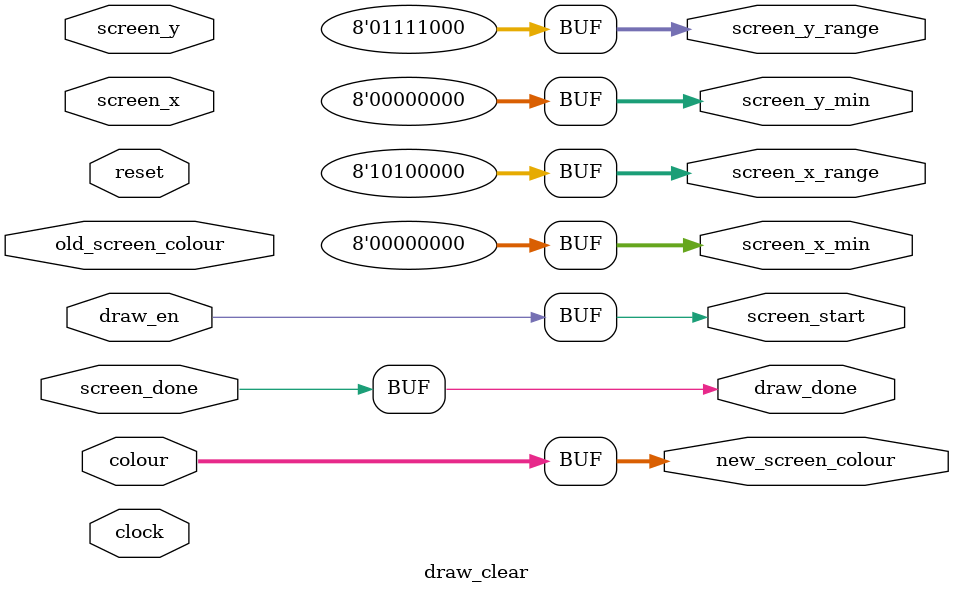
<source format=v>
module draw_clear(
	clock, reset,
	colour,
	draw_en,
	draw_done,

	screen_start,						// to interface
	new_screen_colour,					// to interface
	screen_x_min, screen_y_min,			// to interface
	screen_x_range, screen_y_range,		// to interface
	screen_x, screen_y,					// from interface
	old_screen_colour,					// from interface
	screen_done							// from interface
);

    parameter WIDTH=8;
	parameter COLOUR_WIDTH=3;
    parameter SCREEN_SIZE_X = 160;
    parameter SCREEN_SIZE_Y = 120;

	input wire clock, reset;
	input wire [COLOUR_WIDTH-1:0] colour;
	input wire draw_en;
	output wire draw_done;
	
	output wire screen_start;								// to interface
	output wire [COLOUR_WIDTH-1:0] new_screen_colour;		// to interface
	output wire [WIDTH-1:0] screen_x_min, screen_y_min;		// to interface
	output wire [WIDTH-1:0] screen_x_range, screen_y_range;	// to interface
	input wire [WIDTH-1:0] screen_x, screen_y;				// from interface
	input wire [COLOUR_WIDTH-1:0] old_screen_colour;		// from interface
	input wire screen_done;									// from interface

	reg current_state, next_state;

    localparam
		S_WAIT = 1'd0,
		S_DRAW = 1'b1;
    
	assign screen_start = draw_en;
	assign new_screen_colour = colour;
    assign screen_x_min = 0;
    assign screen_y_min = 0;
    assign screen_x_range = SCREEN_SIZE_X;
	assign screen_y_range = SCREEN_SIZE_Y;
	assign draw_done = screen_done;
    
    always @(*) begin
		case(current_state)
			S_WAIT: next_state <= draw_en ? S_DRAW : S_WAIT;
			S_DRAW: next_state <= draw_done ? S_WAIT : S_DRAW;
		endcase
	end
	
	always @(posedge clock) begin
		if(reset) current_state <= S_WAIT;
		else current_state <= next_state;
	end

endmodule
</source>
